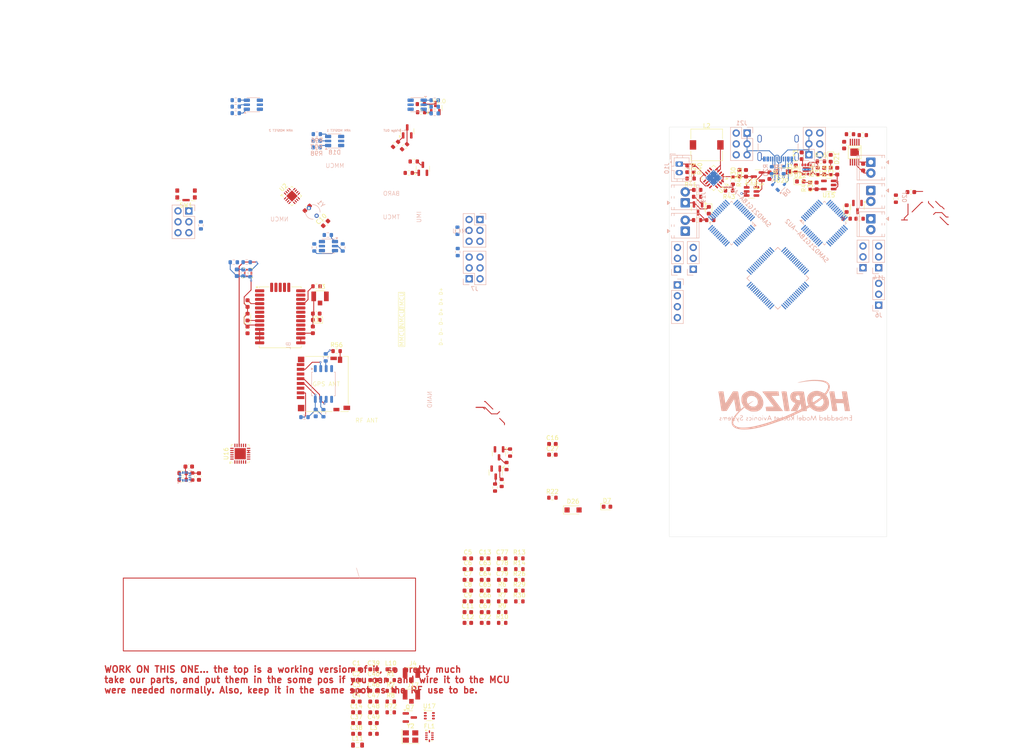
<source format=kicad_pcb>
(kicad_pcb (version 20241229) (generator "pcbnew") (generator_version "9.0")
  (layers (0 "F.Cu" signal) (4 "In1.Cu" signal) (6 "In2.Cu" signal) (2 "B.Cu" signal) (13 "F.Paste" user) (15 "B.Paste" user) (5 "F.SilkS" user "F.Silkscreen") (7 "B.SilkS" user "B.Silkscreen") (1 "F.Mask" user) (3 "B.Mask" user) (25 "Edge.Cuts" user))
  (net 0 "")
  (net 1 "Net-(1x3servo1-Pin_2)")
  (net 2 "GND")
  (net 3 "+3.3V")
  (net 4 "SERVO5")
  (net 5 "+5V")
  (net 6 "Net-(U1-XTAL32)")
  (net 7 "Net-(U1-EXTAL32)")
  (net 8 "Net-(J9-Pin_2)")
  (net 9 "mosfet1_signalfire")
  (net 10 "Net-(IC1-OUT2)")
  (net 11 "mosfet2_signalfire")
  (net 12 "Net-(IC1-OUT1)")
  (net 13 "Net-(U1-VOUT3V3)")
  (net 14 "Net-(D3-K)")
  (net 15 "Net-(D4-K)")
  (net 16 "BGM_RESET")
  (net 17 "Net-(J19-Pin_2)")
  (net 18 "SERVO3")
  (net 19 "Net-(J6-Pin_2)")
  (net 20 "SERVO4")
  (net 21 "SERVO2")
  (net 22 "Net-(J13-Pin_2)")
  (net 23 "Net-(J14-Pin_2)")
  (net 24 "SERVO1")
  (net 25 "RF_CS")
  (net 27 "BUZZER")
  (net 28 "nRESET DMCU-1")
  (net 29 "nRESET MMCU")
  (net 30 "nRESET DMCU-2")
  (net 31 "scl")
  (net 32 "sda")
  (net 33 "RS_GPS TMCU")
  (net 34 "D+ MMCU")
  (net 35 "D+ DMCU-1")
  (net 36 "D+ DMCU-2")
  (net 37 "D- MMCU")
  (net 38 "D- DMCU-1")
  (net 39 "D- DMCU-2")
  (net 40 "DIR1")
  (net 41 "PWM1")
  (net 42 "CS_IMU TMCU")
  (net 43 "INTERRUPT TMCU")
  (net 44 "CS_BARO TMCU")
  (net 45 "CS_SD MMCU")
  (net 46 "CS_NAND MMCU")
  (net 47 "RESETN TMCU")
  (net 48 "SPI_CLOCK TMCU")
  (net 49 "MISO TMCU")
  (net 50 "MOSI TMCU")
  (net 51 "mosfet1_signal")
  (net 52 "mosfet2_signal")
  (net 53 "mosfet3_signal")
  (net 54 "mosfet4_signal")
  (net 55 "mosfet5_signal")
  (net 56 "Net-(J15-Pin_2)")
  (net 57 "1B")
  (net 58 "1G")
  (net 59 "1R")
  (net 60 "2R")
  (net 61 "2G")
  (net 62 "2B")
  (net 63 "3R")
  (net 64 "3G")
  (net 65 "3B")
  (net 66 "I2C0_SCL")
  (net 67 "SWCLK DMCU-1")
  (net 68 "SWDIO DMCU-1")
  (net 69 "PTD4")
  (net 70 "I2C0_SDA")
  (net 71 "RX TMCU")
  (net 72 "PTA12")
  (net 73 "TX TMCU")
  (net 74 "SWDIO DMCU-2")
  (net 75 "SWCLK DMCU-2")
  (net 76 "NAND_MISO MMCU")
  (net 77 "NAND_MOSI MMCU")
  (net 78 "SPI0_SCK MMCU")
  (net 79 "SWCLK MMCU")
  (net 80 "SWDIO MMCU")
  (net 81 "CAM_RX")
  (net 82 "CAM_TX")
  (net 83 "BGM_INT")
  (net 84 "BGM_CS")
  (net 87 "Net-(U2-PTB2{slash}IRQ_7)")
  (net 96 "PTA3")
  (net 102 "Net-(D18-BA)")
  (net 106 "Net-(D18-RA)")
  (net 107 "Net-(D18-GA)")
  (net 110 "SCK TMCU")
  (net 111 "Net-(D3-A)")
  (net 112 "Net-(D4-A)")
  (net 113 "Net-(D15-RA)")
  (net 114 "Net-(D15-BA)")
  (net 115 "Net-(D15-GA)")
  (net 116 "Net-(D16-RA)")
  (net 117 "Net-(D16-GA)")
  (net 118 "Net-(D16-BA)")
  (net 119 "Net-(D17-BA)")
  (net 120 "Net-(D17-RA)")
  (net 121 "Net-(D17-GA)")
  (net 123 "SD_DETECT")
  (net 125 "Net-(Q1-D)")
  (net 126 "Net-(Q1-G)")
  (net 127 "Net-(Q3-D)")
  (net 128 "Net-(Q3-G)")
  (net 129 "Net-(Q4-D)")
  (net 130 "Net-(Q4-G)")
  (net 131 "Net-(Q5-G)")
  (net 132 "Net-(Q5-D)")
  (net 133 "Net-(Q6-D)")
  (net 134 "Net-(Q6-G)")
  (net 135 "Net-(Q8-G)")
  (net 136 "Net-(Q8-D)")
  (net 137 "Net-(Q9-G)")
  (net 138 "Net-(Q9-D)")
  (net 139 "Net-(U8-~{WP}{slash}IO_{2})")
  (net 140 "Net-(U8-~{HOLD}{slash}~{RESET}{slash}IO_{3})")
  (net 146 "SX_XTB")
  (net 147 "SX_XTA")
  (net 148 "Net-(U6-RF_OUT)")
  (net 149 "Net-(D2-A)")
  (net 150 "Net-(D1-K)")
  (net 153 "Net-(U6-~{RESET})")
  (net 154 "Net-(U5-INT_DRDY)")
  (net 165 "mosfet4_signalfire")
  (net 166 "PTA2")
  (net 174 "StatusLED_3")
  (net 175 "StatusLED_2")
  (net 176 "StatusLED_1")
  (net 177 "Earth")
  (net 178 "+3V3")
  (net 179 "Net-(U16-VREG)")
  (net 180 "SX_VR_PA")
  (net 181 "SX_RFO")
  (net 182 "SX_RFI_N")
  (net 183 "SX_RFI_P")
  (net 184 "Net-(U16-DCC_SW)")
  (net 185 "SX_DIO2")
  (net 186 "SX_NRST")
  (net 187 "SX_DIO1")
  (net 188 "SX_BUSY")
  (net 192 "Net-(SAMD21G18A-AU2-VDDCORE)")
  (net 193 "Net-(SAMD21G18A-AU1-VDDCORE)")
  (net 194 "Net-(SAMD21G18A-AU2-GNDANA)")
  (net 195 "Net-(SAMD21G18A-AU1-GNDANA)")
  (net 219 "Net-(U11-DECOUPLE)")
  (net 220 "Net-(J17-In)")
  (net 221 "Net-(D26-A)")
  (net 222 "POWAAAA")
  (net 223 "Net-(J10-Pin_1)")
  (net 224 "bat")
  (net 225 "Net-(U9-SS{slash}TR)")
  (net 226 "Net-(U15-EN)")
  (net 227 "Net-(U17-CTRL)")
  (net 228 "Net-(J4-In)")
  (net 229 "Net-(U17-RFIN)")
  (net 230 "Net-(D7-A)")
  (net 231 "D+")
  (net 232 "D-")
  (net 233 "Net-(D21-A)")
  (net 234 "Net-(D22-A)")
  (net 235 "Net-(FL1-SW_RFO)")
  (net 236 "Net-(FL1-SW_RFI)")
  (net 239 "Net-(J11-CC1)")
  (net 240 "Net-(J11-CC2)")
  (net 241 "Net-(L2-Pad2)")
  (net 242 "Net-(U11-ANT_OUT)")
  (net 243 "Net-(Q2-G)")
  (net 244 "Net-(Q7-D)")
  (net 245 "Net-(U14-LBI)")
  (net 246 "Net-(U14-FB)")
  (net 247 "Net-(U9-FB)")
  (net 253 "Net-(J16-Pin_1)")
  (net 254 "Net-(J20-Pin_1)")
  (footprint "Inductor_SMD:L_0603_1608Metric" (layer "F.Cu") (at 98.8025 164.6)
    (property "Reference" "L3")
    (property "Value" "3.9 nH")
  )
  (footprint "Capacitor_SMD:C_0603_1608Metric" (layer "F.Cu") (at 204.04 33.205 90)
    (property "Reference" "C34")
    (property "Value" "22uF")
  )
  (footprint "Inductor_SMD:L_7.3x7.3_H4.5" (layer "F.Cu") (at 176.6 27.07)
    (property "Reference" "L2")
    (property "Value" "SLF7055T-6R8N2R8-3PF")
  )
  (footprint "Resistor_SMD:R_0603_1608Metric" (layer "F.Cu") (at 132.8525 123.63)
    (property "Reference" "R13")
    (property "Value" "2.2k")
  )
  (footprint "Capacitor_SMD:C_0603_1608Metric" (layer "F.Cu") (at 208.7 27.115 90)
    (property "Reference" "C23" (hide yes))
    (property "Value" "100 nF")
  )
  (footprint "Resistor_SMD:R_0603_1608Metric" (layer "F.Cu") (at 90.173528 75.231471)
    (property "Reference" "R56")
    (property "Value" "10k")
  )
  (footprint "Resistor_SMD:R_0603_1608Metric" (layer "F.Cu") (at 177.41 44.63 180)
    (property "Reference" "R58" (hide yes))
    (property "Value" "1k")
  )
  (footprint "Package_TO_SOT_SMD:SOT-23" (layer "F.Cu") (at 127.33 103.5875 -90)
    (property "Reference" "Q5" (hide yes))
    (property "Value" "IRLML6402")
  )
  (footprint "Inductor_SMD:L_0805_2012Metric" (layer "F.Cu") (at 95.0625 167.23)
    (property "Reference" "L11")
    (property "Value" "15uH")
  )
  (footprint "Inductor_SMD:L_0603_1608Metric" (layer "F.Cu") (at 102.8125 149.54)
    (property "Reference" "L10")
    (property "Value" "47nH")
  )
  (footprint "Package_TO_SOT_SMD:SOT-23" (layer "F.Cu") (at 211.81 41.57 -90)
    (property "Reference" "Q9" (hide yes))
    (property "Value" "IRLML6402")
  )
  (footprint "U.FL-R-SMT_01_:HRS_U.FL-R-SMT_01_" (layer "F.Cu") (at 107.6425 150.41)
    (property "Reference" "J4")
    (property "Value" "H9161TR-ND")
  )
  (footprint "Package_DFN_QFN:QFN-16-1EP_3x3mm_P0.5mm_EP1.9x1.9mm" (layer "F.Cu") (at 79.739169 39.000171 45)
    (property "Reference" "U2")
    (property "Value" "MKL02Z32VFG4")
  )
  (footprint "Capacitor_SMD:C_0603_1608Metric" (layer "F.Cu") (at 84.62219 70.265 -90)
    (property "Reference" "C20" (hide yes))
    (property "Value" "100nF")
  )
  (footprint "LED_SMD:LED_0603_1608Metric" (layer "F.Cu") (at 198.4725 35.61)
    (property "Reference" "D22")
    (property "Value" "LED")
  )
  (footprint "Resistor_SMD:R_0603_1608Metric" (layer "F.Cu") (at 128.72 106.01 90)
    (property "Reference" "R66" (hide yes))
    (property "Value" "100")
  )
  (footprint "Capacitor_SMD:C_0603_1608Metric" (layer "F.Cu") (at 124.8325 123.63)
    (property "Reference" "C13")
    (property "Value" "100nF")
  )
  (footprint "Resistor_SMD:R_0603_1608Metric" (layer "F.Cu") (at 205.56 33.205 90)
    (property "Reference" "R46")
    (property "Value" "100")
  )
  (footprint "Package_TO_SOT_SMD:SOT-23" (layer "F.Cu") (at 174.575 41.9075 -90)
    (property "Reference" "Q8" (hide yes))
    (property "Value" "IRLML6402")
  )
  (footprint "Resistor_SMD:R_0603_1608Metric" (layer "F.Cu") (at 103.936637 26.943363 45)
    (property "Reference" "R64" (hide yes))
    (property "Value" "100")
  )
  (footprint "Resistor_SMD:R_0603_1608Metric" (layer "F.Cu") (at 172.845 34.92 180)
    (property "Reference" "R41")
    (property "Value" "100k")
  )
  (footprint "Capacitor_SMD:C_0603_1608Metric" (layer "F.Cu") (at 120.8225 138.69)
    (property "Reference" "C12")
    (property "Value" "1uF")
  )
  (footprint "Resistor_SMD:R_0603_1608Metric" (layer "F.Cu") (at 102.8125 159.58)
    (property "Reference" "R72")
    (property "Value" "2k2")
  )
  (footprint "Package_TO_SOT_SMD:SOT-23" (layer "F.Cu") (at 188.5325 34.46 180)
    (property "Reference" "Q2")
    (property "Value" "DMG2301L")
  )
  (footprint "Capacitor_SMD:C_0603_1608Metric" (layer "F.Cu") (at 87.6 45.4 45)
    (property "Reference" "C10")
    (property "Value" "12pF")
  )
  (footprint "LED_SMD:LED_0603_1608Metric" (layer "F.Cu") (at 177.095 42.33 -90)
    (property "Reference" "D3" (hide yes))
    (property "Value" "LED")
  )
  (footprint "Capacitor_SMD:C_0603_1608Metric" (layer "F.Cu") (at 98.8025 157.07)
    (property "Reference" "C47")
    (property "Value" "47nF")
  )
  (footprint "Resistor_SMD:R_0603_1608Metric" (layer "F.Cu") (at 213.05 24.78 180)
    (property "Reference" "R25" (hide yes))
    (property "Value" "10k")
  )
  (footprint "Resistor_SMD:R_0603_1608Metric" (layer "F.Cu") (at 203.275 30.92)
    (property "Reference" "R45")
    (property "Value" "100k")
  )
  (footprint "Button_Switch_SMD:SW_SPST_CK_KMS2xxGP" (layer "F.Cu") (at 55.01 38.535 180)
    (property "Reference" "SW1")
    (property "Value" "CK_KMS2xxG")
  )
  (footprint "Package_TO_SOT_SMD:SOT-23" (layer "F.Cu") (at 110.31 32.65 90)
    (property "Reference" "Q4" (hide yes))
    (property "Value" "IRLML6402")
  )
  (footprint "Resistor_SMD:R_0603_1608Metric" (layer "F.Cu") (at 85.474259 60.083 180)
    (property "Reference" "R11" (hide yes))
    (property "Value" "10kΩ")
  )
  (footprint "Resistor_SMD:R_0603_1608Metric" (layer "F.Cu") (at 140.5675 109.46)
    (property "Reference" "R22")
    (property "Value" "330")
  )
  (footprint "Resistor_SMD:R_0603_1608Metric" (layer "F.Cu") (at 209.285 44.3)
    (property "Reference" "R59" (hide yes))
    (property "Value" "1k")
  )
  (footprint "Resistor_SMD:R_0603_1608Metric" (layer "F.Cu") (at 128.8425 133.67)
    (property "Reference" "R7")
    (property "Value" "4.7k")
  )
  (footprint "Resistor_SMD:R_0603_1608Metric" (layer "F.Cu") (at 129.85 102.07 90)
    (property "Reference" "R62" (hide yes))
    (property "Value" "100k")
  )
  (footprint "Capacitor_SMD:C_0603_1608Metric" (layer "F.Cu") (at 120.8225 131.16)
    (property "Reference" "C8")
    (property "Value" "100nF")
  )
  (footprint "Package_TO_SOT_SMD:SOT-23-5" (layer "F.Cu") (at 205.11 36.43 180)
    (property "Reference" "U15")
    (property "Value" "AP2112K-3.3")
  )
  (footprint "Capacitor_SMD:C_0603_1608Metric" (layer "F.Cu") (at 94.7925 152.05)
    (property "Reference" "C2")
    (property "Value" "100 nF")
  )
  (footprint "Resistor_SMD:R_0603_1608Metric" (layer "F.Cu") (at 128.8425 131.16)
    (property "Reference" "R6")
    (property "Value" "4.7k")
  )
  (footprint "U.FL-R-SMT_01_:HRS_U.FL-R-SMT_01_" (layer "F.Cu") (at 86.3 62.44)
    (property "Reference" "J3")
    (property "Value" "H9161TR-ND")
  )
  (footprint "Resistor_SMD:R_0603_1608Metric" (layer "F.Cu") (at 182.72 35.44 -90)
    (property "Reference" "R42")
    (property "Value" "430k")
  )
  (footprint "Resistor_SMD:R_0603_1608Metric" (layer "F.Cu") (at 132.8525 128.65)
    (property "Reference" "R26")
    (property "Value" "2.2K")
  )
  (footprint "Resistor_SMD:R_0603_1608Metric" (layer "F.Cu") (at 132.8525 131.16)
    (property "Reference" "R29")
    (property "Value" "2.2K")
  )
  (footprint "Package_LGA:ST_HLGA-10_2x2mm_P0.5mm_LayoutBorder3x2y" (layer "F.Cu") (at 69.4775 56.980001 90)
    (property "Reference" "U5" (hide yes))
    (property "Value" "LPS22HB")
  )
  (footprint "Package_LGA:Texas_SIL0008D_MicroSiP-8-1EP_2.8x3mm_P0.65mm_EP1.1x1.9mm_ThermalVias" (layer "F.Cu") (at 199.965 32.8125 90)
    (property "Reference" "U9")
    (property "Value" "TPS82130")
  )
  (footprint "Capacitor_SMD:C_0603_1608Metric" (layer "F.Cu") (at 128.8425 128.65)
    (property "Reference" "C79")
    (property "Value" "100nF")
  )
  (footprint "RF_Converter:Balun_Johanson_0900FM15K0039" (layer "F.Cu") (at 111.8425 165.16)
    (property "Reference" "FL1")
    (property "Value" "0900FM15K0039")
  )
  (footprint "Resistor_SMD:R_0603_1608Metric" (layer "F.Cu") (at 102.8125 157.07)
    (property "Reference" "R8")
    (property "Value" "100")
  )
  (footprint "Capacitor_SMD:C_0603_1608Metric" (layer "F.Cu") (at 140.5675 96.91)
    (property "Reference" "C16")
    (property "Value" "4n7")
  )
  (footprint "Capacitor_SMD:C_0603_1608Metric" (layer "F.Cu") (at 69.37 64.1175 -90)
    (property "Reference" "C18" (hide yes))
    (property "Value" "4.7uF")
  )
  (footprint "Resistor_SMD:R_0603_1608Metric" (layer "F.Cu") (at 132.8525 133.67)
    (property "Reference" "R30")
    (property "Value" "2.2K")
  )
  (footprint "Capacitor_SMD:C_0603_1608Metric" (layer "F.Cu") (at 184.25 33.675 90)
    (property "Reference" "C30")
    (property "Value" "2u2")
  )
  (footprint "Resistor_SMD:R_0603_1608Metric" (layer "F.Cu") (at 128.8425 138.69)
    (property "Reference" "R10")
    (property "Value" "2.2k")
  )
  (footprint "Resistor_SMD:R_0603_1608Metric" (layer "F.Cu") (at 108.185 30.94)
    (property "Reference" "R70" (hide yes))
    (property "Value" "100k")
  )
  (footprint "Resistor_SMD:R_0603_1608Metric" (layer "F.Cu") (at 181.82 37.73 180)
    (property "Reference" "R43")
    (property "Value" "100k")
  )
  (footprint "Capacitor_SMD:C_0603_1608Metric" (layer "F.Cu") (at 197.41 32.615 90)
    (property "Reference" "C32")
    (property "Value" "10uF")
  )
  (footprint "Resistor_SMD:R_0603_1608Metric" (layer "F.Cu") (at 132.8525 126.14)
    (property "Reference" "R14")
    (property "Value" "1.5k")
  )
  (footprint "Resistor_SMD:R_0603_1608Metric" (layer "F.Cu") (at 130.68 98.92 90)
    (property "Reference" "R67" (hide yes))
    (property "Value" "100")
  )
  (footprint "Resistor_SMD:R_0603_1608Metric" (layer "F.Cu") (at 220.78 39.63 -90)
    (property "Reference" "R81" (hide yes))
    (property "Value" "100")
  )
  (footprint "Capacitor_SMD:C_0603_1608Metric" (layer "F.Cu") (at 120.8225 136.18)
    (property "Reference" "C11")
    (property "Value" "100nF")
  )
  (footprint "Capacitor_SMD:C_0603_1608Metric" (layer "F.Cu") (at 94.7925 154.56)
    (property "Reference" "C3")
    (property "Value" "100 nF")
  )
  (footprint "Resistor_SMD:R_0603_1608Metric" (layer "F.Cu") (at 174.375 39.18 180)
    (property "Reference" "R79" (hide yes))
    (property "Value" "100")
  )
  (footprint "Capacitor_SMD:C_0603_1608Metric" (layer "F.Cu") (at 198.79 29.605 90)
    (property "Reference" "C33")
    (property "Value" "3.3 nF")
  )
  (footprint "Resistor_SMD:R_0603_1608Metric" (layer "F.Cu") (at 109.91 19.45)
    (property "Reference" "R63" (hide yes))
    (property "Value" "100")
  )
  (footprint "Capacitor_SMD:C_0603_1608Metric" (layer "F.Cu") (at 98.8025 152.05)
    (property "Reference" "C40")
    (property "Value" "470nF")
  )
  (footprint "Capacitor_SMD:C_0603_1608Metric" (layer "F.Cu") (at 120.8225 133.67)
    (property "Reference" "C9")
    (property "Value" "100nF")
  )
  (footprint "Capacitor_SMD:C_0603_1608Metric" (layer "F.Cu") (at 124.8325 138.69)
    (property "Reference" "C72")
    (property "Value" "1uF")
  )
  (footprint "Capacitor_SMD:C_0603_1608Metric" (layer "F.Cu") (at 185.77 33.7 90)
    (property "Reference" "C31")
    (property "Value" "100u")
  )
  (footprint "Capacitor_SMD:C_0603_1608Metric" (layer "F.Cu") (at 94.7925 162.09)
    (property "Reference" "C37")
    (property "Value" "100nF")
  )
  (footprint "Resistor_SMD:R_0603_1608Metric" (layer "F.Cu") (at 127.17 107.08 90)
    (property "Reference" "R71" (hide yes))
    (property "Value" "100k")
  )
  (footprint "Diode_SMD:Nexperia_CFP3_SOD-123W" (layer "F.Cu") (at 145.3925 112.32)
    (property "Reference" "D26")
    (property "Value" "PMEG6020ER")
  )
  (footprint "Fuse:Fuse_0603_1608Metric" (layer "F.Cu") (at 174.3775 37.58)
    (property "Reference" "F1" (hide yes))
    (property "Value" "Polyfuse")
  )
  (footprint "LED_SMD:LED_0603_1608Metric" (layer "F.Cu") (at 205.56 30.1875 -90)
    (property "Reference" "D21")
    (property "Value" "LED")
  )
  (footprint "Inductor_SMD:L_0603_1608Metric" (layer "F.Cu") (at 85.420365 66.463672 180)
    (property "Reference" "L1")
    (property "Value" "47 nH")
  )
  (footprint "Capacitor_SMD:C_0603_1608Metric" (layer "F.Cu") (at 124.8325 126.14)
    (property "Reference" "C63")
    (property "Value" "1uF")
  )
  (footprint "Capacitor_SMD:C_0603_1608Metric" (layer "F.Cu") (at 213.14 32.265 -90)
    (property "Reference" "C58" (hide yes))
    (property "Value" "100nF")
  )
  (footprint "Package_TO_SOT_SMD:SOT-363_SC-70-6" (layer "F.Cu") (at 111.8325 160.385)
    (property "Reference" "U17")
    (property "Value" "PE4259")
  )
  (footprint "Capacitor_SMD:C_0603_1608Metric" (layer "F.Cu") (at 69.367833 70.287611 90)
    (property "Reference" "C19" (hide yes))
    (property "Value" "100nF")
  )
  (footprint "Diode_SMD:D_0603_1608Metric" (layer "F.Cu") (at 69.37 67.2775 90)
    (property "Reference" "D1" (hide yes))
    (property "Value" "D_Schottky")
  )
  (footprint "Resistor_SMD:R_0603_1608Metric" (layer "F.Cu") (at 202.52 33.195 90)
    (property "Reference" "R44")
    (property "Value" "350k")
  )
  (footprint "Diode_SMD:Nexperia_CFP3_SOD-123W" (layer "F.Cu") (at 194.3 33.36 180)
    (property "Reference" "D20")
    (property "Value" "PMEG6020ER")
  )
  (footprint "Capacitor_SMD:C_0603_1608Metric" (layer "F.Cu") (at 124.8325 128.65)
    (property "Reference" "C64")
    (property "Value" "0.1uF")
  )
  (footprint "Capacitor_SMD:C_0603_1608Metric" (layer "F.Cu") (at 124.8325 133.67)
    (property "Reference" "C66")
    (property "Value" "0.1uF")
  )
  (footprint "Capacitor_SMD:C_0603_1608Metric" (layer "F.Cu") (at 98.8025 162.09)
    (property "Reference" "C49")
    (property "Value" "100pF")
  )
  (footprint "Capacitor_SMD:C_0603_1608Metric" (layer "F.Cu") (at 120.8225 123.63)
    (property "Reference" "C5")
    (property "Value" "100nF")
  )
  (footprint "Resistor_SMD:R_0603_1608Metric" (layer "F.Cu") (at 107.02 33.61)
    (property "Reference" "R65" (hide yes))
    (property "Value" "100")
  )
  (footprint "Capacitor_SMD:C_0603_1608Metric" (layer "F.Cu") (at 94.7925 149.54)
    (property "Reference" "C1")
    (property "Value" "100 nF")
  )
  (footprint "Package_TO_SOT_SMD:SOT-23" (layer "F.Cu") (at 128.1025 99.1 -90)
    (property "Reference" "Q6" (hide yes))
    (property "Value" "IRLML6402")
  )
  (footprint "Capacitor_SMD:C_0603_1608Metric" (layer "F.Cu") (at 98.8025 149.54)
    (property "Reference" "C39")
    (property "Value" "8pF")
  )
  (footprint "Resistor_SMD:R_0603_1608Metric" (layer "F.Cu") (at 173.59 32.655 -90)
    (property "Reference" "R40")
    (property "Value" "100k")
  )
  (footprint "Capacitor_SMD:C_0603_1608Metric" (layer "F.Cu") (at 172.07 32.655 -90)
    (property "Reference" "C29")
    (property "Value" "10u")
  )
  (footprint "LED_SMD:LED_0603_1608Metric" (layer "F.Cu") (at 153.3175 111.56)
    (property "Reference" "D7")
    (property "Value" "LED")
  )
  (footprint "Package_TO_SOT_SMD:SOT-23" (layer "F.Cu") (at 106.66 23.9125 90)
    (property "Reference" "Q3" (hide yes))
    (property "Value" "IRLML6402")
  )
  (footprint "Resistor_SMD:R_0603_1608Metric" (layer "F.Cu") (at 210.065 24.57)
    (property "Reference" "R24" (hide yes))
    (property "Value" "10k")
  )
  (footprint "Capacitor_SMD:C_0603_1608Metric" (layer "F.Cu") (at 94.7925 157.07)
    (property "Reference" "C4")
    (property "Value" "1.2 pF")
  )
  (footprint "Capacitor_SMD:C_0603_1608Metric" (layer "F.Cu") (at 98.8025 159.58)
    (property "Reference" "C48")
    (property "Value" "47pF")
  )
  (footprint "Package_DFN_QFN:QFN-24-1EP_4x4mm_P0.5mm_EP2.6x2.6mm" (layer "F.Cu") (at 67.67 99.1875 90)
    (property "Reference" "U16")
    (property "Value" "SX1262IMLTRT")
  )
  (footprint "Capacitor_SMD:C_0603_1608Metric" (layer "F.Cu") (at 140.5675 99.42)
    (property "Reference" "C27")
    (property "Value" "100n")
  )
  (footprint "Package_TO_SOT_SMD:SOT-23" (layer "F.Cu") (at 113.22 18.4625 90)
    (property "Reference" "Q1" (hide yes))
    (property "Value" "IRLML6402")
  )
  (footprint "Resistor_SMD:R_0603_1608Metric" (layer "F.Cu") (at 102.8125 152.05)
    (property "Reference" "R1")
    (property "Value" "10 kΩ")
  )
  (footprint "Diode_SMD:D_0603_1608Metric" (layer "F.Cu") (at 85.403319 67.965638 180)
    (property "Reference" "D2" (hide yes))
    (property "Value" "PESD5V‑S5ULC")
  )
  (footprint "A3909:MSOP10-PAD" (layer "F.Cu") (at 211.15 28.77 -90)
    (property "Reference" "IC1" (hide yes))
    (property "Value" "A3909")
  )
  (footprint "Package_TO_SOT_SMD:SOT-23" (layer "F.Cu") (at 107.2625 160.785)
    (property "Reference" "Q7")
    (property "Value" "BSS138")
  )
  (footprint "Resistor_SMD:R_0603_1608Metric" (layer "F.Cu") (at 212.31 44.31 180)
    (property "Reference" "R80" (hide yes))
    (property "Value" "10k")
  )
  (footprint "Capacitor_SMD:C_0603_1608Metric" (layer "F.Cu") (at 124.8325 136.18)
    (property "Reference" "C67")
    (property "Value" "4.7uF")
  )
  (footprint "Capacitor_SMD:C_0603_1608Metric" (layer "F.Cu") (at 98.8025 154.56)
    (property "Reference" "C46")
    (property "Value" "1nF")
  )
  (footprint "RF_GPS:Quectel_L96" (layer "F.Cu") (at 77 67.34)
    (property "Reference" "U6" (hide yes))
    (property "Value" "GPS")
  )
  (footprint "Capacitor_SMD:C_0603_1608Metric" (layer "F.Cu") (at 207.08 33.205 90)
    (property "Reference" "C35")
    (property "Value" "1uF")
  )
  (footprint "LED_SMD:LED_0603_1608Metric" (layer "F.Cu") (at 209.28 41.95 90)
    (property "Reference" "D4" (hide yes))
    (property "Value" "LED")
  )
  (footprint "Capacitor_SMD:C_0603_1608Metric" (layer "F.Cu") (at 58.025 104.5125 90)
    (property "Reference" "C44" (hide yes))
    (property "Value" "100nF")
  )
  (footprint "Capacitor_SMD:C_0603_1608Metric" (layer "F.Cu") (at 202.26 36.64 90)
    (property "Reference" "C36")
    (property "Value" "1u")
  )
  (footprint "Capacitor_SMD:C_0603_1608Metric" (layer "F.Cu") (at 191.26 34.255 -90)
    (property "Reference" "C28")
    (property "Value" "10uF")
  )
  (footprint "Capacitor_SMD:C_0603_1608Metric" (layer "F.Cu") (at 55.64 102.1875 180)
    (property "Reference" "C45" (hide yes))
    (property "Value" "100nF")
  )
  (footprint "Fuse:Fuse_0603_1608Metric" (layer "F.Cu") (at 224.2875 38.08 180)
    (property "Reference" "F2" (hide yes))
    (property "Value" "Polyfuse")
  )
  (footprint "U.FL-R-SMT_01_:HRS_U.FL-R-SMT_01_" (layer "F.Cu") (at 107.6425 155.46)
    (property "Reference" "J17")
    (property "Value" "H9161TR-ND")
  )
  (footprint "Resistor_SMD:R_0603_1608Metric" (layer "F.Cu") (at 200.74 36.645 90)
    (property "Reference" "R47")
    (property "Value" "330")
  )
  (footprint "Capacitor_SMD:C_0603_1608Metric" (layer "F.Cu") (at 94.7925 159.58)
    (property "Reference" "C14")
    (property "Value" "8pF")
  )
  (footprint "Package_TO_SOT_SMD:TSOT-23-6" (layer "F.Cu") (at 187.0725 37.94)
    (property "Reference" "U13")
    (property "Value" "LTC4412xS6")
  )
  (footprint "Capacitor_SMD:C_0603_1608Metric" (layer "F.Cu") (at 120.8225 128.65)
    (property "Reference" "C7")
    (property "Value" "100nF")
  )
  (footprint "Package_DFN_QFN:Texas_RSA_VQFN-16-1EP_4x4mm_P0.65mm_EP2.7x2.7mm_ThermalVias" (layer "F.Cu") (at 178.212113 34.787126 -135)
    (property "Reference" "U14")
    (property "Value" "TPS61092")
  )
  (footprint "Resistor_SMD:R_0603_1608Metric" (layer "F.Cu") (at 174.355 44.63)
    (property "Reference" "R78" (hide yes))
    (property "Value" "10k")
  )
  (footprint "Capacitor_SMD:C_0603_1608Metric" (layer "F.Cu") (at 120.8225 126.14)
    (property "Reference" "C6")
    (property "Value" "100nF")
  )
  (footprint "Resistor_SMD:R_0603_1608Metric" (layer "F.Cu") (at 56.49 104.5075 -90)
    (property "Reference" "R38" (hide yes))
    (property "Value" "10k")
  )
  (footprint "Resistor_SMD:R_0603_1608Metric" (layer "F.Cu") (at 128.8425 136.18)
    (property "Reference" "R9")
    (property "Value" "1.5k")
  )
  (footprint "Capacitor_SMD:C_0603_1608Metric" (layer "F.Cu") (at 128.8425 126.14)
    (property "Reference" "C78")
    (property "Value" "100nF")
  )
  (footprint "Resistor_SMD:R_0603_1608Metric" (layer "F.Cu") (at 106.04 27.49 45)
    (property "Reference" "R69" (hide yes))
    (property "Value" "100k")
  )
  (footprint "Resistor_SMD:R_0603_1608Metric" (layer "F.Cu") (at 109.85 17.54)
    (property "Reference" "R68" (hide yes))
    (property "Value" "100k")
  )
  (footprint "Resistor_SMD:R_0603_1608Metric" (layer "F.Cu") (at 54.225 105.2675 180)
    (property "Reference" "R37" (hide yes))
    (property "Value" "10k")
  )
  (footprint "Resistor_SMD:R_0603_1608Metric" (layer "F.Cu") (at 54.22 103.7275 180)
    (property "Reference" "R27" (hide yes))
    (property "Value" "10k")
  )
  (footprint "Capacitor_SMD:C_0603_1608Metric" (layer "F.Cu") (at 94.7925 164.6)
    (property "Reference" "C38")
    (property "Value" "100nF")
  )
  (footprint "Capacitor_SMD:C_0603_1608Metric" (layer "F.Cu") (at 124.8325 131.16)
    (property "Reference" "C65")
    (property "Value" "0.1uF")
  )
  (footprint "Connector_Card:microSD_HC_Hirose_DM3D-SF" (layer "F.Cu") (at 87.1 82.9 -90)
    (property "Reference" "J1" (hide yes))
    (property "Value" "Micro_SD_Card_Det1")
  )
  (footprint "Crystal:Crystal_SMD_3225-4Pin_3.2x2.5mm" (layer "F.Cu") (at 107.4425 165.23)
    (property "Reference" "Y2")
    (property "Value" "32MHz")
  )
  (footprint "Resistor_SMD:R_0603_1608Metric" (layer "F.Cu") (at 102.8125 154.56)
    (property "Reference" "R2")
    (property "Value" "10 kΩ")
  )
  (footprint "Capacitor_SMD:C_0603_1608Metric" (layer "F.Cu") (at 83.320033 41.867027 45)
    (property "Reference" "C17" (hide yes))
    (property "Value" "12pF")
  )
  (footprint "Capacitor_SMD:C_0603_1608Metric" (layer "F.Cu") (at 128.8425 123.63)
    (property "Reference" "C77")
    (property "Value" "100nF")
  )
  (footprint "Connector_PinHeader_2.54mm:PinHeader_2x03_P2.54mm_Vertical" (layer "B.Cu") (at 186.03 24.3 180)
    (property "Reference" "J21")
    (property "Value" "Conn_02x03_Counter_Clockwise")
  )
  (footprint "Resistor_SMD:R_0603_1608Metric" (layer "B.Cu") (at 66.62 16.62)
    (property "Reference" "R93" (hide yes))
    (property "Value" "220")
  )
  (footprint "Resistor_SMD:R_0603_1608Metric" (layer "B.Cu") (at 118.455 52.09 -90)
    (property "Reference" "R3" (hide yes))
    (property "Value" "10k")
  )
  (footprint "MK20DX256VLH7:QFP50P1200X1200X160-64N" (layer "B.Cu") (at 193.21 58.21 -45)
    (property "Reference" "U1" (hide yes))
    (property "Value" "MMCU")
  )
  (footprint "Capacitor_SMD:C_0603_1608Metric" (layer "B.Cu") (at 66.86755 56.925001 -90)
    (property "Reference" "C51" (hide yes))
    (property "Value" "100nF")
  )
  (footprint "Resistor_SMD:R_0603_1608Metric" (layer "B.Cu") (at 87.625 76.694999 -90)
    (property "Reference" "R12" (hide yes))
    (property "Value" "10kΩ")
  )
  (footprint "LED_SMD:LED_ROHM_SMLVN6" (layer "B.Cu") (at 108.98 17.6875 180)
    (property "Reference" "D15" (hide yes))
    (property "Value" "SMLVN6RGB")
  )
  (footprint "Package_QFP:TQFP-48_7x7mm_P0.5mm" (layer "B.Cu") (at 182.399534 45.33 135)
    (property "Reference" "SAMD21G18A-AU1")
    (property "Value" "NMCU")
  )
  (footprint "Package_QFP:TQFP-48_7x7mm_P0.5mm" (layer "B.Cu") (at 204.1 45.33 -45)
    (property "Reference" "SAMD21G18A-AU2")
    (property "Value" "TMCU")
  )
  (footprint "Resistor_SMD:R_0603_1608Metric" (layer "B.Cu") (at 87.099999 89.724999 90)
    (property "Reference" "R54" (hide yes))
    (property "Value" "10kΩ")
  )
  (footprint "Resistor_SMD:R_0603_1608Metric" (layer "B.Cu") (at 113.08 16.64 180)
    (property "Reference" "R87" (hide yes))
    (property "Value" "220")
  )
  (footprint "Connector_PinHeader_2.54mm:PinHeader_2x03_P2.54mm_Vertical" (layer "B.Cu") (at 55.67 42.490001 180)
    (property "Reference" "J8" (hide yes))
    (property "Value" "Conn_02x03_Counter_Clockwise")
  )
  (footprint "LED_SMD:LED_ROHM_SMLVN6" (layer "B.Cu") (at 89.71 26.1525)
    (property "Reference" "D18")
    (property "Value" "SMLVN6RGB")
  )
  (footprint "Package_TO_SOT_SMD:SOT-143" (layer "B.Cu") (at 193.354645 36.338858 45)
    (property "Reference" "D8")
    (property "Value" "PRTR5V0U2X")
  )
  (footprint "Resistor_SMD:R_0603_1608Metric" (layer "B.Cu") (at 85.555 24.55)
    (property "Reference" "R96")
    (property "Value" "220")
  )
  (footprint "Resistor_SMD:R_0603_1608Metric" (layer "B.Cu") (at 84.954456 51.025 -90)
    (property "Reference" "R90" (hide yes))
    (property "Value" "220")
  )
  (footprint "LOGO" (layer "B.Cu") (at 194.97 88.07 180)
    (property "Reference" "G***" (hide yes))
    (property "Value" "LOGO" (hide yes))
  )
  (footprint "Resistor_SMD:R_0603_1608Metric" (layer "B.Cu") (at 113.08 19.7 180)
    (property "Reference" "R89" (hide yes))
    (property "Value" "220")
  )
  (footprint "Resistor_SMD:R_0603_1608Metric" (layer "B.Cu") (at 66.62 18.13)
    (property "Reference" "R94" (hide yes))
    (property "Value" "220")
  )
  (footprint "Connector_PinHeader_2.54mm:PinHeader_1x03_P2.54mm_Vertical" (layer "B.Cu") (at 173.465 56.095)
    (property "Reference" "J9" (hide yes))
    (property "Value" "1x3 servo")
  )
  (footprint "TerminalBlock_Phoenix:TerminalBlock_Phoenix_MPT-0,5-2-2.54_1x02_P2.54mm_Horizontal" (layer "B.Cu") (at 214.9325 44.32 -90)
    (property "Reference" "J16" (hide yes))
    (property "Value" "arming terminal")
  )
  (footprint "TerminalBlock_Phoenix:TerminalBlock_Phoenix_MPT-0,5-2-2.54_1x02_P2.54mm_Horizontal" (layer "B.Cu") (at 171.59 40.59 90)
    (property "Reference" "J19")
    (property "Value" "Screw_Terminal_01x02")
  )
  (footprint "Connector_PinHeader_2.54mm:PinHeader_1x04_P2.54mm_Vertical" (layer "B.Cu") (at 169.755 59.775 180)
    (property "Reference" "J12" (hide yes))
    (property "Value" "Conn_01x04")
  )
  (footprint "Resistor_SMD:R_0603_1608Metric" (layer "B.Cu") (at 85.49 26.12)
    (property "Reference" "R97")
    (property "Value" "220")
  )
  (footprint "Resistor_SMD:R_0603_1608Metric" (layer "B.Cu") (at 194.58 32.985 -90)
    (property "Reference" "R21")
    (property "Value" "5k1")
  )
  (footprint "Resistor_SMD:R_0603_1608Metric" (layer "B.Cu") (at 58.48 45.855 90)
    (property "Reference" "R5" (hide yes))
    (property "Value" "10k")
  )
  (footprint "Resistor_SMD:R_0603_1608Metric" (layer "B.Cu") (at 91.6 51.025 -90)
    (property "Reference" "R91" (hide yes))
    (property "Value" "220")
  )
  (footprint "Resistor_SMD:R_0603_1608Metric" (layer "B.Cu") (at 88.119763 48.10823)
    (property "Reference" "R92" (hide yes))
    (property "Value" "220")
  )
  (footprint "LED_SMD:LED_ROHM_SMLVN6" (layer "B.Cu") (at 88.265763 50.69823 180)
    (property "Reference" "D16" (hide yes))
    (property "Value" "SMLVN6RGB")
  )
  (footprint "Resistor_SMD:R_0603_1608Metric" (layer "B.Cu") (at 118.39 47.12 90)
    (property "Reference" "R4" (hide yes))
    (property "Value" "10k")
  )
  (footprint "Capacitor_SMD:C_0603_1608Metric" (layer "B.Cu") (at 85.29 89.674999 -90)
    (property "Reference" "C15" (hide yes))
    (property "Value" "100nF")
  )
  (footprint "Connector_PinHeader_2.54mm:PinHeader_1x03_P2.54mm_Vertical" (layer "B.Cu") (at 169.775 56.105)
    (property "Reference" "1x3servo1" (hide yes))
    (property "Value" "Conn_01x03")
  )
  (footprint "Resistor_SMD:R_0603_1608Metric" (layer "B.Cu") (at 85.505 27.64)
    (property "Reference" "R98")
    (property "Value" "220")
  )
  (footprint "Resistor_SMD:R_0603_1608Metric" (layer "B.Cu") (at 82.665 90.644999 180)
    (property "Reference" "R55" (hide yes))
    (property "Value" "10kΩ")
  )
  (footprint "Package_SO:SOIC-8_5.3x5.3mm_P1.27mm" (layer "B.Cu") (at 87.1 82.9 -90)
    (property "Reference" "U8" (hide yes))
    (property "Value" "NAND")
  )
  (footprint "TerminalBlock_Phoenix:TerminalBlock_Phoenix_MPT-0,5-2-2.54_1x02_P2.54mm_Horizontal" (layer "B.Cu") (at 171.59 47.2 90)
    (property "Reference" "J15" (hide yes))
    (property "Value" "arming terminal")
  )
  (footprint "TerminalBlock_Phoenix:TerminalBlock_Phoenix_MPT-0,5-2-2.54_1x02_P2.54mm_Horizontal" (layer "B.Cu") (at 214.93 31.11 -90)
    (property "Reference" "J5" (hide yes))
    (property "Value" "Screw_Term")
  )
  (footprint "Connector_JST:JST_PH_B2B-PH-K_1x02_P2.00mm_Vertical" (layer "B.Cu") (at 170.19 31.54 -90)
    (property "Reference" "J10")
    (property "Value" "Conn_01x02_Pin")
  )
  (footprint "LED_SMD:LED_ROHM_SMLVN6" (layer "B.Cu") (at 70.725 17.69)
    (property "Reference" "D17" (hide yes))
    (property "Value" "SMLVN6RGB")
  )
  (footprint "Connector_PinHeader_2.54mm:PinHeader_1x03_P2.54mm_Vertical" (layer "B.Cu") (at 216.76 64.49)
    (property "Reference" "J6")
    (property "Value" "1x3 servo")
  )
  (footprint "Package_LGA:LGA-14_3x2.5mm_P0.5mm_LayoutBorder3x4y" (layer "B.Cu") (at 54.76 104.5)
    (property "Reference" "U10" (hide yes))
    (property "Value" "LSM6DS3")
  )
  (footprint "Connector_PinHeader_2.54mm:PinHeader_1x03_P2.54mm_Vertical" (layer "B.Cu") (at 213.1 55.76)
    (property "Reference" "J13" (hide yes))
    (property "Value" "1x3 servo")
  )
  (footprint "Resistor_SMD:R_0603_1608Metric" (layer "B.Cu") (at 113.08 18.16 180)
    (property "Reference" "R88" (hide yes))
    (property "Value" "220")
  )
  (footprint "Connector_PinHeader_2.54mm:PinHeader_2x03_P2.54mm_Vertical" (layer "B.Cu") (at 200.47 29.36)
    (property "Reference" "J18")
    (property "Value" "Conn_02x03_Counter_Clockwise")
  )
  (footprint "TerminalBlock_Phoenix:TerminalBlock_Phoenix_MPT-0,5-2-2.54_1x02_P2.54mm_Horizontal" (layer "B.Cu") (at 214.93 37.72 -90)
    (property "Reference" "J20")
    (property "Value" "Screw_Terminal_01x02")
  )
  (footprint "Resistor_SMD:R_0603_1608Metric" (layer "B.Cu") (at 70.007551 57.025 90)
    (property "Reference" "R53" (hide yes))
    (property "Value" "10k")
  )
  (footprint "Connector_PinHeader_2.54mm:PinHeader_2x03_P2.54mm_Vertical" (layer "B.Cu") (at 123.645 44.49 180)
    (property "Reference" "J2" (hide yes))
    (property "Value" "Conn_02x03_Counter_Clockwise")
  )
  (footprint "Connector_USB:USB_C_Receptacle_GCT_USB4105-xx-A_16P_TopMnt_Horizontal" (layer "B.Cu") (at 193.269767 26.68)
    (property "Reference" "J11")
    (property "Value" "USB_C_Receptacle_USB2.0_16P")
  )
  (footprint "Resistor_SMD:R_0603_1608Metric" (layer "B.Cu") (at 66.62 19.65)
    (property "Reference" "R95" (hide yes))
    (property "Value" "220")
  )
  (footprint "Resistor_SMD:R_0603_1608Metric" (layer "B.Cu") (at 191.81 32.98 -90)
    (property "Reference" "R20")
    (property "Value" "5k1")
  )
  (footprint "Crystal:Crystal_AT310_D3.0mm_L10.0mm_Vertical" (layer "B.Cu") (at 85.5 43.616117 135)
    (property "Reference" "Y1")
    (property "Value" "Crystal")
  )
  (footprint "Connector_PinHeader_2.54mm:PinHeader_1x03_P2.54mm_Vertical" (layer "B.Cu") (at 216.76 55.77)
    (property "Reference" "J14")
    (property "Value" "1x3 servo")
  )
  (footprint "Resistor_SMD:R_0603_1608Metric" (layer "B.Cu") (at 69.170051 54.457501 180)
    (property "Reference" "R39" (hide yes))
    (property "Value" "10k")
  )
  (footprint "Capacitor_SMD:C_0603_1608Metric" (layer "B.Cu") (at 68.387551 56.95 -90)
    (property "Reference" "C50" (hide yes))
    (property "Value" "100nF")
  )
  (footprint "Resistor_SMD:R_0603_1608Metric" (layer "B.Cu") (at 66.155051 54.467501)
    (property "Reference" "R52" (hide yes))
    (property "Value" "10k")
  )
  (footprint "Connector_PinHeader_2.54mm:PinHeader_2x03_P2.54mm_Vertical" (layer "B.Cu") (at 121.125 58.34)
    (property "Reference" "J7")
    (property "Value" "Conn_02x03_Counter_Clockwise")
  )
  (gr_rect (start 40.36 128.2375) (end 108.61 145.2375) (stroke (width 0.2)) (fill no) (layer "F.Cu"))
  (gr_rect (start 104.60154 61.473106) (end 106.089133 65.432766) (stroke (width 0.1)) (fill no) (layer "F.SilkS"))
  (gr_rect (start 104.602611 69.81197) (end 106.117976 74.15693) (stroke (width 0.1)) (fill no) (layer "F.SilkS"))
  (gr_rect (start 104.60154 65.643484) (end 106.094127 69.670376) (stroke (width 0.1)) (fill no) (layer "F.SilkS"))
  (gr_line (start 95.55 128.3625) (end 94.8 125.8625) (stroke (width 0.1)) (layer "B.SilkS"))
  (gr_rect (start 167.88087 22.89) (end 218.63087 118.575) (stroke (width 0.05)) (fill no) (layer "Edge.Cuts"))
  (gr_text "WORK ON THIS ONE... the top is a working version of it, so pretty much\ntake our parts, and put them in the some pos if you can, and wire it to the MCU\nwere needed normally. Also, keep it in the same spot as the RF use to be." (at 35.75 155.25 0) (layer "F.Cu") (effects (font (size 1.5 1.5) (thickness 0.3) (bold yes)) (justify left bottom)))
  (gr_text "D- D- D-" (at 115 74 90) (layer "F.SilkS") (effects (font (size 0.8 0.8) (thickness 0.1)) (justify left bottom)))
  (gr_text "GPS ANT" (at 84.5 83.5 -0) (layer "F.SilkS") (effects (font (size 1 1) (thickness 0.1)) (justify left bottom)))
  (gr_text "NMCU" (at 105.973107 69.731289 90) (layer "F.SilkS") (effects (font (size 1 1) (thickness 0.1)) (justify left bottom)))
  (gr_text "TMCU" (at 106 65.5 90) (layer "F.SilkS") (effects (font (size 1 1) (thickness 0.1)) (justify left bottom)))
  (gr_text "V1.0" (at 112.5 17.509539 -0) (layer "F.SilkS") (effects (font (size 1 1) (thickness 0.1)) (justify left bottom)))
  (gr_text "MMCU" (at 105.969762 74.15693 90) (layer "F.SilkS") (effects (font (size 1 1) (thickness 0.1)) (justify left bottom)))
  (gr_text "D+ D+ D+" (at 115 67 -270) (layer "F.SilkS") (effects (font (size 0.8 0.8) (thickness 0.1)) (justify left bottom)))
  (gr_text "RF ANT" (at 94.5 92 -0) (layer "F.SilkS") (effects (font (size 1 1) (thickness 0.1)) (justify left bottom)))
  (gr_text "BARO" (at 105 39 0) (layer "B.SilkS") (effects (font (size 1 1) (thickness 0.1)) (justify left bottom mirror)))
  (gr_text "NAND" (at 112.5 84.5 90) (layer "B.SilkS") (effects (font (size 1 1) (thickness 0.1)) (justify left bottom mirror)))
  (gr_text "NMCU" (at 79 45 0) (layer "B.SilkS") (effects (font (size 1 1) (thickness 0.1)) (justify left bottom mirror)))
  (gr_text "ARM MOSFET 1" (at 93.5 24 0) (layer "B.SilkS") (effects (font (size 0.5 0.5) (thickness 0.1)) (justify left bottom mirror)))
  (gr_text "MMCU" (at 92 32.5 0) (layer "B.SilkS") (effects (font (size 1 1) (thickness 0.1)) (justify left bottom mirror)))
  (gr_text "NMCU" (at 121.518963 47.787985 0) (layer "B.SilkS") (effects (font (size 1 1) (thickness 0.1)) (justify left bottom mirror)))
  (gr_text "TMCU" (at 105 44.5 0) (layer "B.SilkS") (effects (font (size 1 1) (thickness 0.1)) (justify left bottom mirror)))
  (gr_text "BL" (at 79.5 73 90) (layer "B.SilkS") (effects (font (size 1 1) (thickness 0.1)) (justify left bottom mirror)))
  (gr_text "IMU" (at 110 42.5 90) (layer "B.SilkS") (effects (font (size 1 1) (thickness 0.1)) (justify left bottom mirror)))
  (gr_text "H-Bridge OUT" (at 106.5 24 0) (layer "B.SilkS") (effects (font (size 0.5 0.5) (thickness 0.1)) (justify left bottom mirror)))
  (gr_text "ARM MOSFET 2" (at 80 24 0) (layer "B.SilkS") (effects (font (size 0.5 0.5) (thickness 0.1)) (justify left bottom mirror)))
  (segment (start 230.011 42.8765) (end 231.507032 42.8765) (width 0.2) (layer "F.Cu") (net 0))
  (segment (start 231.507032 42.8765) (end 232.545532 43.915) (width 0.2) (layer "F.Cu") (net 0))
  (segment (start 232.545532 43.915) (end 233 43.915) (width 0.2) (layer "F.Cu") (net 0))
  (segment (start 229.56 43.3275) (end 230.011 42.8765) (width 0.2) (layer "F.Cu") (net 0))
  (segment (start 81.8 72.14) (end 81.8 73.29) (width 0.2) (layer "F.Cu") (net 2))
  (segment (start 78.492893 39.892893) (end 79.385615 39.000171) (width 0.2) (layer "F.Cu") (net 2))
  (segment (start 185.935 38.43) (end 185.935 38.89) (width 0.2) (layer "F.Cu") (net 2))
  (segment (start 72.2 70.14) (end 72.2 71.14) (width 0.2) (layer "F.Cu") (net 2))
  (segment (start 72.2 72.14) (end 72.2 73.29) (width 0.2) (layer "F.Cu") (net 2))
  (segment (start 70.1675 64.14) (end 72.2 64.14) (width 0.2) (layer "F.Cu") (net 2))
  (segment (start 184.78 38.43) (end 184.76 38.41) (width 0.2) (layer "F.Cu") (net 2))
  (segment (start 69.37 63.3425) (end 70.1675 64.14) (width 0.2) (layer "F.Cu") (net 2))
  (segment (start 79.385615 39.000171) (end 79.739169 39.000171) (width 0.2) (layer "F.Cu") (net 2))
  (segment (start 72.2 71.14) (end 72.2 72.14) (width 0.2) (layer "F.Cu") (net 2))
  (segment (start 185.935 37.94) (end 185.935 38.43) (width 0.2) (layer "F.Cu") (net 2))
  (segment (start 185.935 38.43) (end 184.78 38.43) (width 0.2) (layer "F.Cu") (net 2))
  (segment (start 176.974676 35.564943) (end 177.434296 35.564943) (width 0.2) (layer "F.Cu") (net 2))
  (segment (start 176.594606 35.945013) (end 176.974676 35.564943) (width 0.2) (layer "F.Cu") (net 2))
  (via (at 196.45 31.35) (size 0.55) (drill 0.3) (layers "F.Cu" "B.Cu") (net 2))
  (via (at 184.76 38.41) (size 0.55) (drill 0.3) (layers "F.Cu" "B.Cu") (net 2))
  (via (at 191.81 34.61) (size 0.55) (drill 0.3) (layers "F.Cu" "B.Cu") (net 2))
  (via (at 194.58 34.57) (size 0.55) (drill 0.3) (layers "F.Cu" "B.Cu") (net 2))
  (segment (start 66.86755 56.150001) (end 68.362552 56.150001) (width 0.2) (layer "B.Cu") (net 2))
  (segment (start 196.469767 31.330233) (end 196.45 31.35) (width 0.2) (layer "B.Cu") (net 2))
  (segment (start 191.81 34.61) (end 191.81 33.805) (width 0.2) (layer "B.Cu") (net 2))
  (segment (start 68.362552 56.150001) (end 68.387551 56.175) (width 0.2) (layer "B.Cu") (net 2))
  (segment (start 189.524767 30.36) (end 188.949767 29.785) (width 0.2) (layer "B.Cu") (net 2))
  (segment (start 194.58 34.57) (end 194.58 33.81) (width 0.2) (layer "B.Cu") (net 2))
  (segment (start 196.469767 30.36) (end 196.469767 31.330233) (width 0.2) (layer "B.Cu") (net 2))
  (segment (start 190.069767 30.36) (end 189.524767 30.36) (width 0.2) (layer "B.Cu") (net 2))
  (segment (start 68.594 67.266) (end 68.594 68.738778) (width 0.2) (layer "F.Cu") (net 3))
  (segment (start 81.75 82.775) (end 82.542057 82.775) (width 0.2) (layer "F.Cu") (net 3))
  (segment (start 55.09 103.6825) (end 55.045 103.7275) (width 0.2) (layer "F.Cu") (net 3))
  (segment (start 69.37 66.49) (end 68.594 67.266) (width 0.2) (layer "F.Cu") (net 3))
  (segment (start 56.49 103.6825) (end 55.09 103.6825) (width 0.2) (layer "F.Cu") (net 3))
  (segment (start 68.594 64.1165) (end 68.594 62.556948) (width 0.2) (layer "F.Cu") (net 3))
  (segment (start 58.025 103.7375) (end 56.545 103.7375) (width 0.2) (layer "F.Cu") (net 3))
  (segment (start 89.148528 75.031471) (end 89.348528 75.231471) (width 0.2) (layer "F.Cu") (net 3))
  (segment (start 203.9725 37.38) (end 200.83 37.38) (width 0.2) (layer "F.Cu") (net 3))
  (segment (start 69.367833 69.512611) (end 69.740444 69.14) (width 0.2) (layer "F.Cu") (net 3))
  (segment (start 68.594 62.556948) (end 70.2 60.950948) (width 0.2) (layer "F.Cu") (net 3))
  (segment (start 88.598528 75.031471) (end 89.148528 75.031471) (width 0.2) (layer "F.Cu") (net 3))
  (segment (start 54.865 102.1875) (end 54.865 103.5475) (width 0.2) (layer "F.Cu") (net 3))
  (segment (start 54.865 103.5475) (end 55.045 103.7275) (width 0.2) (layer "F.Cu") (net 3))
  (segment (start 70.2 60.950948) (end 70.2 58.8) (width 0.2) (layer "F.Cu") (net 3))
  (segment (start 68.594 68.738778) (end 69.367833 69.512611) (width 0.2) (layer "F.Cu") (net 3))
  (segment (start 82.542057 82.775) (end 85.198528 85.431471) (width 0.2) (layer "F.Cu") (net 3))
  (segment (start 55.05 105.2675) (end 55.05 103.7325) (width 0.2) (layer "F.Cu") (net 3))
  (segment (start 69.37 64.8925) (end 69.37 66.49) (width 0.2) (layer "F.Cu") (net 3))
  (segment (start 55.05 103.7325) (end 55.045 103.7275) (width 0.2) (layer "F.Cu") (net 3))
  (segment (start 56.545 103.7375) (end 56.49 103.6825) (width 0.2) (layer "F.Cu") (net 3))
  (segment (start 200.83 37.38) (end 200.74 37.47) (width 0.2) (layer "F.Cu") (net 3))
  (segment (start 69.37 64.8925) (end 68.594 64.1165) (width 0.2) (layer "F.Cu") (net 3))
  (segment (start 69.740444 69.14) (end 72.2 69.14) (width 0.2) (layer "F.Cu") (net 3))
  (via (at 70.2 58.8) (size 0.45) (drill 0.2) (layers "F.Cu" "B.Cu") (net 3))
  (via (at 85.198528 85.431471) (size 0.45) (drill 0.2) (layers "F.Cu" "B.Cu") (net 3))
  (via (at 88.598528 75.031471) (size 0.45) (drill 0.2) (layers "F.Cu" "B.Cu") (net 3))
  (segment (start 70.007551 57.85) (end 68.512551 57.85) (width 0.2) (layer "B.Cu") (net 3))
  (segment (start 66.86755 57.700001) (end 65.330051 56.162502) (width 0.2) (layer "B.Cu") (net 3))
  (segment (start 83.545 90.644999) (end 85.29 88.899999) (width 0.2) (layer "B.Cu") (net 3))
  (segment (start 87.76 75.869999) (end 88.598528 75.031471) (width 0.2) (layer "B.Cu") (net 3))
  (segment (start 70.2 58.8) (end 70.2 58.042449) (width 0.2) (layer "B.Cu") (net 3))
  (segment (start 85.29 88.899999) (end 85.449999 88.899999) (width 0.2) (layer "B.Cu") (net 3))
  (segment (start 70.2 58.042449) (end 70.007551 57.85) (width 0.2) (layer "B.Cu") (net 3))
  (segment (start 85.195 88.804999) (end 85.29 88.899999) (width 0.2) (layer "B.Cu") (net 3))
  (segment (start 87.625 75.869999) (end 87.76 75.869999) (width 0.2) (layer "B.Cu") (net 3))
  (segment (start 68.512551 57.85) (end 68.387551 57.725) (width 0.2) (layer "B.Cu") (net 3))
  (segment (start 85.195 86.4875) (end 85.195 88.804999) (width 0.2) (layer "B.Cu") (net 3))
  (segment (start 85.198528 86.483972) (end 85.195 86.4875) (width 0.2) (layer "B.Cu") (net 3))
  (segment (start 85.198528 85.431471) (end 85.198528 86.483972) (width 0.2) (layer "B.Cu") (net 3))
  (segment (start 68.387551 57.725) (end 66.892549 57.725) (width 0.2) (layer "B.Cu") (net 3))
  (segment (start 65.330051 56.162502) (end 65.330051 54.467501) (width 0.2) (layer "B.Cu") (net 3))
  (segment (start 83.49 90.644999) (end 83.545 90.644999) (width 0.2) (layer "B.Cu") (net 3))
  (segment (start 85.449999 88.899999) (end 87.099999 90.549999) (width 0.2) (layer "B.Cu") (net 3))
  (segment (start 195.7 33.36) (end 198.475 33.36) (width 0.2) (layer "F.Cu") (net 5))
  (segment (start 198.475 33.36) (end 198.99 33.875) (width 0.2) (layer "F.Cu") (net 5))
  (segment (start 199.64 33.875) (end 198.99 33.875) (width 0.2) (layer "F.Cu") (net 5))
  (segment (start 211.65 31.945054) (end 211.65 31.07) (width 0.2) (layer "F.Cu") (net 10))
  (segment (start 214.93 33.65) (end 213.354946 33.65) (width 0.2) (layer "F.Cu") (net 10))
  (segment (start 213.354946 33.65) (end 211.65 31.945054) (width 0.2) (layer "F.Cu") (net 10))
  (segment (start 212.15 31.07) (end 214.89 31.07) (width 0.2) (layer "F.Cu") (net 12))
  (segment (start 214.89 31.07) (end 214.93 31.11) (width 0.2) (layer "F.Cu") (net 12))
  (segment (start 124.797605 88.355) (end 122.735 88.355) (width 0.2) (layer "F.Cu") (net 14))
  (segment (start 176.629 42.0085) (end 175.117968 42.0085) (width 0.2) (layer "F.Cu") (net 14))
  (segment (start 124.343137 88.355) (end 122.735 88.355) (width 0.2) (layer "F.Cu") (net 14))
  (segment (start 177.095 41.5425) (end 176.629 42.0085) (width 0.2) (layer "F.Cu") (net 14))
  (segment (start 128.2325 89.346863) (end 127.708468 89.870895) (width 0.2) (layer "F.Cu") (net 14))
  (segment (start 175.117968 42.0085) (end 173.699468 40.59) (width 0.2) (layer "F.Cu") (net 14))
  (segment (start 126.3135 89.870895) (end 124.797605 88.355) (width 0.2) (layer "F.Cu") (net 14))
  (segment (start 127.708468 89.870895) (end 126.3135 89.870895) (width 0.2) (layer "F.Cu") (net 14))
  (segment (start 173.699468 40.59) (end 171.59 40.59) (width 0.2) (layer "F.Cu") (net 14))
  (segment (start 124.7625 88.774363) (end 124.343137 88.355) (width 0.2) (layer "F.Cu") (net 14))
  (segment (start 224.56 42.73) (end 226.82 40.47) (width 0.2) (layer "F.Cu") (net 15))
  (segment (start 226.82 40.47) (end 227.05 40.47) (width 0.2) (layer "F.Cu") (net 15))
  (segment (start 172.06 37.58) (end 173.59 37.58) (width 0.2) (layer "F.Cu") (net 17))
  (segment (start 171.59 38.05) (end 172.06 37.58) (width 0.2) (layer "F.Cu") (net 17))
  (segment (start 81.75 84.975) (end 82.825 84.975) (width 0.2) (layer "F.Cu") (net 45))
  (segment (start 82.825 84.975) (end 82.926 85.076) (width 0.2) (layer "F.Cu") (net 45))
  (segment (start 82.926 90.303999) (end 82.598528 90.631471) (width 0.2) (layer "F.Cu") (net 45))
  (segment (start 82.926 85.076) (end 82.926 90.303999) (width 0.2) (layer "F.Cu") (net 45))
  (via (at 82.598528 90.631471) (size 0.45) (drill 0.2) (layers "F.Cu" "B.Cu") (net 45))
  (segment (start 81.853528 90.631471) (end 81.84 90.644999) (width 0.2) (layer "B.Cu") (net 45))
  (segment (start 82.598528 90.631471) (end 81.853528 90.631471) (width 0.2) (layer "B.Cu") (net 45))
  (segment (start 68.444126 54.43) (end 67.42 55.454126) (width 0.22) (layer "F.Cu") (net 49))
  (segment (start 71.425 54.425) (end 71.42 54.43) (width 0.22) (layer "F.Cu") (net 49))
  (segment (start 67.42 55.454126) (end 67.42 97.25) (width 0.22) (layer "F.Cu") (net 49))
  (segment (start 71.42 54.43) (end 68.444126 54.43) (width 0.22) (layer "F.Cu") (net 49))
  (via (at 71.425 54.425) (size 0.45) (drill 0.2) (layers "F.Cu" "B.Cu") (net 49))
  (segment (start 71.8 54.8) (end 70.4 56.2) (width 0.22) (layer "B.Cu") (net 49))
  (segment (start 70.4 56.2) (end 70.007551 56.2) (width 0.22) (layer "B.Cu") (net 49))
  (segment (start 71.8 54.8) (end 71.425 54.425) (width 0.22) (layer "B.Cu") (net 49))
  (segment (start 173.5 44.66) (end 173.53 44.63) (width 0.2) (layer "F.Cu") (net 56))
  (segment (start 171.59 44.66) (end 173.5 44.66) (width 0.2) (layer "F.Cu") (net 56))
  (segment (start 86.370632 77.831471) (end 84.468529 77.831471) (width 0.2) (layer "F.Cu") (net 76))
  (segment (start 84.468529 77.831471) (end 82.825 79.475) (width 0.2) (layer "F.Cu") (net 76))
  (segment (start 82.825 79.475) (end 81.75 79.475) (width 0.2) (layer "F.Cu") (net 76))
  (segment (start 86.389754 77.812349) (end 86.370632 77.831471) (width 0.2) (layer "F.Cu") (net 76))
  (via (at 86.389754 77.812349) (size 0.45) (drill 0.2) (layers "F.Cu" "B.Cu") (net 76))
  (segment (start 86.389754 77.812349) (end 86.389754 79.237254) (width 0.2) (layer "B.Cu") (net 76))
  (segment (start 86.389754 79.237254) (end 86.465 79.3125) (width 0.2) (layer "B.Cu") (net 76))
  (segment (start 87.298528 87.531471) (end 86.198528 86.431471) (width 0.2) (layer "F.Cu") (net 78))
  (segment (start 86.198528 85.396527) (end 82.477 81.675) (width 0.2) (layer "F.Cu") (net 78))
  (segment (start 82.477 81.675) (end 81.75 81.675) (width 0.2) (layer "F.Cu") (net 78))
  (segment (start 86.198528 86.431471) (end 86.198528 85.396527) (width 0.2) (layer "F.Cu") (net 78))
  (via (at 87.298528 87.531471) (size 0.45) (drill 0.2) (layers "F.Cu" "B.Cu") (net 78))
  (segment (start 87.298528 86.923972) (end 87.735 86.4875) (width 0.2) (layer "B.Cu") (net 78))
  (segment (start 87.298528 87.531471) (end 87.298528 86.923972) (width 0.2) (layer "B.Cu") (net 78))
  (segment (start 86.7675 27.2025) (end 86.33 27.64) (width 0.22) (layer "B.Cu") (net 102))
  (segment (start 88.185 27.2025) (end 86.7675 27.2025) (width 0.22) (layer "B.Cu") (net 102))
  (segment (start 86.315 26.12) (end 88.1525 26.12) (width 0.22) (layer "B.Cu") (net 106))
  (segment (start 88.1525 26.12) (end 88.185 26.1525) (width 0.22) (layer "B.Cu") (net 106))
  (segment (start 87.6325 24.55) (end 88.185 25.1025) (width 0.22) (layer "B.Cu") (net 107))
  (segment (start 86.38 24.55) (end 87.6325 24.55) (width 0.22) (layer "B.Cu") (net 107))
  (segment (start 178.235 44.2575) (end 177.095 43.1175) (width 0.2) (layer "F.Cu") (net 111))
  (segment (start 129.3725 92.434363) (end 129.3725 92.061863) (width 0.2) (layer "F.Cu") (net 111))
  (segment (start 129.3725 92.061863) (end 128.2325 90.921863) (width 0.2) (layer "F.Cu") (net 111))
  (segment (start 178.235 44.63) (end 178.235 44.2575) (width 0.2) (layer "F.Cu") (net 111))
  (segment (start 228.405 40.5975) (end 229.56 41.7525) (width 0.2) (layer "F.Cu") (net 112))
  (segment (start 228.405 40.24) (end 228.405 40.5975) (width 0.2) (layer "F.Cu") (net 112))
  (segment (start 111.7825 17.6875) (end 110.505 17.6875) (width 0.2) (layer "B.Cu") (net 113))
  (segment (start 112.255 18.16) (end 111.7825 17.6875) (width 0.2) (layer "B.Cu") (net 113))
  (segment (start 112.255 16.64) (end 110.5075 16.64) (width 0.2) (layer "B.Cu") (net 114))
  (segment (start 110.5075 16.64) (end 110.505 16.6375) (width 0.2) (layer "B.Cu") (net 114))
  (segment (start 112.255 19.7) (end 111.4675 19.7) (width 0.2) (layer "B.Cu") (net 115))
  (segment (start 111.4675 19.7) (end 110.505 18.7375) (width 0.2) (layer "B.Cu") (net 115))
  (segment (start 89.790763 50.69823) (end 90.44823 50.69823) (width 0.2) (layer "B.Cu") (net 116))
  (segment (start 90.44823 50.69823) (end 91.6 51.85) (width 0.2) (layer "B.Cu") (net 116))
  (segment (start 89.089763 52.44923) (end 89.790763 51.74823) (width 0.2) (layer "B.Cu") (net 117))
  (segment (start 85.553686 52.44923) (end 89.089763 52.44923) (width 0.2) (layer "B.Cu") (net 117))
  (segment (start 84.954456 51.85) (end 85.553686 52.44923) (width 0.2) (layer "B.Cu") (net 117))
  (segment (start 88.944763 48.10823) (end 88.944763 48.80223) (width 0.2) (layer "B.Cu") (net 118))
  (segment (start 88.944763 48.80223) (end 89.790763 49.64823) (width 0.2) (layer "B.Cu") (net 118))
  (segment (start 67.445 19.65) (end 68.29 19.65) (width 0.2) (layer "B.Cu") (net 119))
  (segment (start 68.29 19.65) (end 69.2 18.74) (width 0.2) (layer "B.Cu") (net 119))
  (segment (start 67.445 18.13) (end 67.885 17.69) (width 0.2) (layer "B.Cu") (net 120))
  (segment (start 67.885 17.69) (end 69.2 17.69) (width 0.2) (layer "B.Cu") (net 120))
  (segment (start 67.445 16.62) (end 69.18 16.62) (width 0.2) (layer "B.Cu") (net 121))
  (segment (start 69.18 16.62) (end 69.2 16.64) (width 0.2) (layer "B.Cu") (net 121))
  (segment (start 90.998528 75.231471) (end 90.998528 77.226472) (width 0.2) (layer "F.Cu") (net 123))
  (segment (start 90.998528 77.226472) (end 90.975 77.25) (width 0.2) (layer "F.Cu") (net 123))
  (segment (start 110.675 17.54) (end 113.205 17.54) (width 0.2) (layer "F.Cu") (net 125))
  (segment (start 113.205 17.54) (end 113.22 17.525) (width 0.2) (layer "F.Cu") (net 125))
  (segment (start 110.735 19.45) (end 112.22 19.45) (width 0.2) (layer "F.Cu") (net 126))
  (segment (start 112.22 19.45) (end 112.27 19.4) (width 0.2) (layer "F.Cu") (net 126))
  (segment (start 106.623363 23.011637) (end 106.66 22.975) (width 0.2) (layer "F.Cu") (net 127))
  (segment (start 106.623363 26.906637) (end 106.623363 23.011637) (width 0.2) (layer "F.Cu") (net 127))
  (segment (start 104.52 26.36) (end 105.71 25.17) (width 0.2) (layer "F.Cu") (net 128))
  (segment (start 105.71 25.17) (end 105.71 24.85) (width 0.2) (layer "F.Cu") (net 128))
  (segment (start 110.31 31.7125) (end 109.7825 31.7125) (width 0.2) (layer "F.Cu") (net 129))
  (segment (start 109.7825 31.7125) (end 109.01 30.94) (width 0.2) (layer "F.Cu") (net 129))
  (segment (start 109.36 33.5875) (end 107.8675 33.5875) (width 0.2) (layer "F.Cu") (net 130))
  (segment (start 107.8675 33.5875) (end 107.845 33.61) (width 0.2) (layer "F.Cu") (net 130))
  (segment (start 128.28 102.65) (end 128.28 104.745) (width 0.2) (layer "F.Cu") (net 131))
  (segment (start 128.28 104.745) (end 128.72 105.185) (width 0.2) (layer "F.Cu") (net 131))
  (segment (start 127.33 104.525) (end 127.33 106.095) (width 0.2) (layer "F.Cu") (net 132))
  (segment (start 127.33 106.095) (end 127.17 106.255) (width 0.2) (layer "F.Cu") (net 132))
  (segment (start 129.31 101.245) (end 129.85 101.245) (width 0.2) (layer "F.Cu") (net 133))
  (segment (start 128.1025 100.0375) (end 129.31 101.245) (width 0.2) (layer "F.Cu") (net 133))
  (segment (start 130.6125 98.1625) (end 130.68 98.095) (width 0.2) (layer "F.Cu") (net 134))
  (segment (start 129.0525 98.1625) (end 130.6125 98.1625) (width 0.2) (layer "F.Cu") (net 134))
  (segment (start 124.8725 86.984363) (end 124.6875 86.984363) (width 0.2) (layer "F.Cu") (net 135))
  (segment (start 126.6625 88.774363) (end 124.8725 86.984363) (width 0.2) (layer "F.Cu") (net 135))
  (segment (start 175.525 40.97) (end 173.735 39.18) (width 0.2) (layer "F.Cu") (net 135))
  (segment (start 173.735 39.18) (end 173.55 39.18) (width 0.2) (layer "F.Cu") (net 135))
  (segment (start 175.18 44.63) (end 176 44.63) (width 0.2) (layer "F.Cu") (net 136))
  (segment (start 176 44.27) (end 174.575 42.845) (width 0.2) (layer "F.Cu") (net 136))
  (segment (start 176 44.63) (end 176 44.27) (width 0.2) (layer "F.Cu") (net 136))
  (segment (start 176 44.63) (end 176.585 44.63) (width 0.2) (layer "F.Cu") (net 136))
  (segment (start 231.1 43.915) (end 232.875 45.69) (width 0.2) (layer "F.Cu") (net 137))
  (segment (start 232.875 45.69) (end 233.085 45.69) (width 0.2) (layer "F.Cu") (net 137))
  (segment (start 223.61 43.31) (end 222.74 44.18) (width 0.2) (layer "F.Cu") (net 138))
  (segment (start 231.25 41.435) (end 230.055 40.24) (width 0.2) (layer "F.Cu") (net 138))
  (segment (start 222.74 44.59) (end 223.45 44.59) (width 0.2) (layer "F.Cu") (net 138))
  (segment (start 223.45 44.59) (end 223.46 44.6) (width 0.2) (layer "F.Cu") (net 138))
  (segment (start 222.74 44.18) (end 222.74 44.59) (width 0.2) (layer "F.Cu") (net 138))
  (segment (start 222.07 44.59) (end 222.74 44.59) (width 0.2) (layer "F.Cu") (net 138))
  (segment (start 231.445 41.435) (end 232.05 42.04) (width 0.2) (layer "F.Cu") (net 138))
  (segment (start 223.61 40.855) (end 223.61 43.31) (width 0.2) (layer "F.Cu") (net 138))
  (segment (start 87.625 79.2025) (end 87.735 79.3125) (width 0.2) (layer "B.Cu") (net 139))
  (segment (start 87.625 77.519999) (end 87.625 79.2025) (width 0.2) (layer "B.Cu") (net 139))
  (segment (start 87.099999 88.899999) (end 86.465 88.265) (width 0.2) (layer "B.Cu") (net 140))
  (segment (start 86.465 88.265) (end 86.465 86.4875) (width 0.2) (layer "B.Cu") (net 140))
  (segment (start 84.62219 71.04) (end 81.9 71.04) (width 0.2) (layer "F.Cu") (net 148))
  (segment (start 81.9 71.04) (end 81.8 71.14) (width 0.2) (layer "F.Cu") (net 148))
  (segment (start 84.632865 66.463672) (end 84.632865 66.207135) (width 0.2) (layer "F.Cu") (net 149))
  (segment (start 84.62219 67.972009) (end 84.615819 67.965638) (width 0.2) (layer "F.Cu") (net 149))
  (segment (start 84.825 66.015) (end 84.825 62.44) (width 0.2) (layer "F.Cu") (net 149))
  (segment (start 84.632865 66.207135) (end 84.825 66.015) (width 0.2) (layer "F.Cu") (net 149))
  (segment (start 84.62219 69.49) (end 84.62219 67.972009) (width 0.2) (layer "F.Cu") (net 149))
  (segment (start 84.632865 66.463672) (end 84.632865 67.948592) (width 0.2) (layer "F.Cu") (net 149))
  (segment (start 84.632865 67.948592) (end 84.615819 67.965638) (width 0.2) (layer "F.Cu") (net 149))
  (segment (start 72.125 68.065) (end 72.2 68.14) (width 0.2) (layer "F.Cu") (net 150))
  (segment (start 69.37 68.065) (end 72.125 68.065) (width 0.2) (layer "F.Cu") (net 150))
  (segment (start 83.504 61.228259) (end 83.504 63.189014) (width 0.2) (layer "F.Cu") (net 153))
  (segment (start 84.649259 60.083) (end 83.504 61.228259) (width 0.2) (layer "F.Cu") (net 153))
  (segment (start 82.553014 64.14) (end 81.8 64.14) (width 0.2) (layer "F.Cu") (net 153))
  (segment (start 83.504 63.189014) (end 82.553014 64.14) (width 0.2) (layer "F.Cu") (net 153))
  (segment (start 69.6075 98.9375) (end 69.6075 98.4375) (width 0.22) (layer "F.Cu") (net 178))
  (segment (start 195.669767 35.367239) (end 195.669767 30.36) (width 0.2) (layer "B.Cu") (net 221))
  (segment (start 194.733503 36.303503) (end 195.669767 35.367239) (width 0.2) (layer "B.Cu") (net 221))
  (segment (start 188.21 36.99) (end 188.21 35.290532) (width 0.2) (layer "F.Cu") (net 222))
  (segment (start 189.47 34.030532) (end 189.47 33.51) (width 0.2) (layer "F.Cu") (net 222))
  (segment (start 189.47 33.51) (end 192.75 33.51) (width 0.2) (layer "F.Cu") (net 222))
  (segment (start 188.21 35.290532) (end 189.47 34.030532) (width 0.2) (layer "F.Cu") (net 222))
  (segment (start 192.75 33.51) (end 192.9 33.36) (width 0.2) (layer "F.Cu") (net 222))
  (segment (start 173.586129 31.54) (end 176.134987 34.088858) (width 0.2) (layer "F.Cu") (net 223))
  (segment (start 175.109 35.468451) (end 176.267458 36.626909) (width 0.2) (layer "F.Cu") (net 223))
  (segment (start 176.134987 34.088858) (end 175.839483 34.088858) (width 0.2) (layer "F.Cu") (net 223))
  (segment (start 176.83195 36.626909) (end 177.054226 36.404633) (width 0.2) (layer "F.Cu") (net 223))
  (segment (start 175.109 34.819341) (end 175.109 35.468451) (width 0.2) (layer "F.Cu") (net 223))
  (segment (start 176.267458 36.626909) (end 176.83195 36.626909) (width 0.2) (layer "F.Cu") (net 223))
  (segment (start 170.19 31.54) (end 173.586129 31.54) (width 0.2) (layer "F.Cu") (net 223))
  (segment (start 175.839483 34.088858) (end 175.109 34.819341) (width 0.2) (layer "F.Cu") (net 223))
  (segment (start 180.422301 34.22192) (end 180.422301 34.52) (width 0.2) (layer "F.Cu") (net 224))
  (segment (start 180.422301 35.352332) (end 179.82962 35.945013) (width 0.2) (layer "F.Cu") (net 224))
  (segment (start 187.595 34.46) (end 185.935 36.12) (width 0.2) (layer "F.Cu") (net 224))
  (segment (start 180.422301 34.52) (end 180.422301 35.352332) (width 0.2) (layer "F.Cu") (net 224))
  (segment (start 187.58 34.475) (end 187.595 34.46) (width 0.2) (layer "F.Cu") (net 224))
  (segment (start 180.467301 34.475) (end 180.422301 34.52) (width 0.2) (layer "F.Cu") (net 224))
  (segment (start 185.77 34.475) (end 180.467301 34.475) (width 0.2) (layer "F.Cu") (net 224))
  (segment (start 180.289239 34.088858) (end 180.422301 34.22192) (width 0.2) (layer "F.Cu") (net 224))
  (segment (start 185.935 36.12) (end 185.935 36.99) (width 0.2) (layer "F.Cu") (net 224))
  (segment (start 185.77 34.475) (end 187.58 34.475) (width 0.2) (layer "F.Cu") (net 224))
  (segment (start 198.99 30.58) (end 198.79 30.38) (width 0.2) (layer "F.Cu") (net 225))
  (segment (start 198.99 31.75) (end 198.99 30.58) (width 0.2) (layer "F.Cu") (net 225))
  (segment (start 201.266 33.549) (end 200.94 33.875) (width 0.2) (layer "F.Cu") (net 226))
  (segment (start 201.266 33.37) (end 201.266 33.549) (width 0.2) (layer "F.Cu") (net 226))
  (segment (start 201.266 33.37) (end 201.38 33.37) (width 0.2) (layer "F.Cu") (net 226))
  (segment (start 201.38 33.37) (end 202.03 34.02) (width 0.2) (layer "F.Cu") (net 226))
  (segment (start 202.03 34.02) (end 202.52 34.02) (width 0.2) (layer "F.Cu") (net 226))
  (segment (start 200.94 31.75) (end 201.266 32.076) (width 0.2) (layer "F.Cu") (net 226))
  (segment (start 207.211 36.4) (end 207.211 35.601) (width 0.2) (layer "F.Cu") (net 226))
  (segment (start 207.08 35.47) (end 207.08 33.98) (width 0.2) (layer "F.Cu") (net 226))
  (segment (start 206.2475 35.48) (end 206.601968 35.48) (width 0.2) (layer "F.Cu") (net 226))
  (segment (start 207.211 35.601) (end 207.08 35.47) (width 0.2) (layer "F.Cu") (net 226))
  (segment (start 207.211 36.089032) (end 207.211 36.4) (width 0.2) (layer "F.Cu") (net 226))
  (segment (start 206.601968 37.38) (end 206.2475 37.38) (width 0.2) (layer "F.Cu") (net 226))
  (segment (start 202.52 34.02) (end 207.04 34.02) (width 0.2) (layer "F.Cu") (net 226))
  (segment (start 207.04 34.02) (end 207.08 33.98) (width 0.2) (layer "F.Cu") (net 226))
  (segment (start 207.211 36.4) (end 207.211 36.770968) (width 0.2) (layer "F.Cu") (net 226))
  (segment (start 207.211 36.770968) (end 206.601968 37.38) (width 0.2) (layer "F.Cu") (net 226))
  (segment (start 201.266 32.076) (end 201.266 33.37) (width 0.2) (layer "F.Cu") (net 226))
  (segment (start 206.601968 35.48) (end 207.211 36.089032) (width 0.2) (layer "F.Cu") (net 226))
  (segment (start 193.39 31.246) (end 193.4 31.236) (width 0.2) (layer "B.Cu") (net 231))
  (segment (start 194.019767 31.066824) (end 194.019767 30.36) (width 0.2) (layer "B.Cu") (net 231))
  (segment (start 193.286943 31.236) (end 193.4 31.236) (width 0.2) (layer "B.Cu") (net 231))
  (segment (start 195.540943 28.23) (end 200.47 28.23) (width 0.2) (layer "B.Cu") (net 231))
  (segment (start 193.4 31.236) (end 193.850591 31.236) (width 0.2) (layer "B.Cu") (net 231))
  (segment (start 200.47 28.23) (end 200.47 29.36) (width 0.2) (layer "B.Cu") (net 231))
  (segment (start 193.39 34.96) (end 193.39 31.246) (width 0.2) (layer "B.Cu") (net 231))
  (segment (start 193.850591 31.236) (end 194.019767 31.066824) (width 0.2) (layer "B.Cu") (net 231))
  (segment (start 193.019767 30.968824) (end 193.286943 31.236) (width 0.2) (layer "B.Cu") (net 231))
  (segment (start 194.019767 29.751176) (end 195.540943 28.23) (width 0.2) (layer "B.Cu") (net 231))
  (segment (start 200.47 24.28) (end 200.47 28.23) (width 0.2) (layer "B.Cu") (net 231))
  (segment (start 194.019767 30.36) (end 194.019767 29.751176) (width 0.2) (layer "B.Cu") (net 231))
  (segment (start 193.019767 30.36) (end 193.019767 30.968824) (width 0.2) (layer "B.Cu") (net 231))
  (segment (start 193.519767 29.751176) (end 193.252591 29.484) (width 0.2) (layer "B.Cu") (net 232))
  (segment (start 192.786943 29.484) (end 192.519767 29.751176) (width 0.2) (layer "B.Cu") (net 232))
  (segment (start 191.198591 28.43) (end 186.03 28.43) (width 0.2) (layer "B.Cu") (net 232))
  (segment (start 193.519767 30.36) (end 193.519767 29.751176) (width 0.2) (layer "B.Cu") (net 232))
  (segment (start 192.519767 30.36) (end 192.519767 29.751176) (width 0.2) (layer "B.Cu") (net 232))
  (segment (start 193.252591 29.484) (end 192.786943 29.484) (width 0.2) (layer "B.Cu") (net 232))
  (segment (start 186.03 28.43) (end 186.03 29.38) (width 0.2) (layer "B.Cu") (net 232))
  (segment (start 191.975787 36.374213) (end 192.519767 35.830233) (width 0.2) (layer "B.Cu") (net 232))
  (segment (start 186.03 24.3) (end 186.03 28.43) (width 0.2) (layer "B.Cu") (net 232))
  (segment (start 192.519767 35.830233) (end 192.519767 30.36) (width 0.2) (layer "B.Cu") (net 232))
  (segment (start 192.519767 29.751176) (end 191.198591 28.43) (width 0.2) (layer "B.Cu") (net 232))
  (segment (start 205.56 32.38) (end 205.56 30.975) (width 0.2) (layer "F.Cu") (net 233))
  (segment (start 199.47 35.82) (end 199.26 35.61) (width 0.2) (layer "F.Cu") (net 234))
  (segment (start 200.74 35.82) (end 199.47 35.82) (width 0.2) (layer "F.Cu") (net 234))
  (segment (start 191.81 32.155) (end 192.019767 31.945233) (width 0.2) (layer "B.Cu") (net 239))
  (segment (start 192.019767 31.945233) (end 192.019767 30.36) (width 0.2) (layer "B.Cu") (net 239))
  (segment (start 195.019767 31.720233) (end 195.019767 30.36) (width 0.2) (layer "B.Cu") (net 240))
  (segment (start 194.58 32.16) (end 195.019767 31.720233) (width 0.2) (layer "B.Cu") (net 240))
  (segment (start 179.8 31.820381) (end 178.910381 32.71) (width 0.2) (layer "F.Cu") (net 241))
  (segment (start 179.8 27.07) (end 179.8 31.820381) (width 0.2) (layer "F.Cu") (net 241))
  (segment (start 179.8 32.739619) (end 179.37 33.169619) (width 0.2) (layer "F.Cu") (net 241))
  (segment (start 179.8 31.820381) (end 179.8 32.739619) (width 0.2) (layer "F.Cu") (net 241))
  (segment (start 178.910381 32.71) (end 179.37 33.169619) (width 0.2) (layer "F.Cu") (net 241))
  (segment (start 189.47 37.342499) (end 189.47 35.41) (width 0.2) (layer "F.Cu") (net 243))
  (segment (start 188.21 37.94) (end 188.872499 37.94) (width 0.2) (layer "F.Cu") (net 243))
  (segment (start 188.872499 37.94) (end 189.47 37.342499) (width 0.2) (layer "F.Cu") (net 243))
  (segment (start 173.59 34.84) (end 173.67 34.92) (width 0.2) (layer "F.Cu") (net 245))
  (segment (start 173.59 33.48) (end 173.59 34.84) (width 0.2) (layer "F.Cu") (net 245))
  (segment (start 182.68 36.95) (end 179.915367 36.95) (width 0.2) (layer "F.Cu") (net 246))
  (segment (start 179.915367 36.95) (end 179.37 36.404633) (width 0.2) (layer "F.Cu") (net 246))
  (segment (start 182.72 36.265) (end 182.72 36.99) (width 0.2) (layer "F.Cu") (net 246))
  (segment (start 182.72 36.99) (end 182.72 37.655) (width 0.2) (layer "F.Cu") (net 246))
  (segment (start 182.72 36.99) (end 182.68 36.95) (width 0.2) (layer "F.Cu") (net 246))
  (segment (start 182.72 37.655) (end 182.645 37.73) (width 0.2) (layer "F.Cu") (net 246))
  (segment (start 202.0265 31.1365) (end 200.591001 31.1365) (width 0.2) (layer "F.Cu") (net 247))
  (segment (start 202.52 30.99) (end 202.45 30.92) (width 0.2) (layer "F.Cu") (net 247))
  (segment (start 202.52 31.63) (end 202.52 30.99) (width 0.2) (layer "F.Cu") (net 247))
  (segment (start 200.29 31.437501) (end 200.29 31.75) (width 0.2) (layer "F.Cu") (net 247))
  (segment (start 202.52 32.37) (end 202.52 31.63) (width 0.2) (layer "F.Cu") (net 247))
  (segment (start 202.52 31.63) (end 202.0265 31.1365) (width 0.2) (layer "F.Cu") (net 247))
  (segment (start 200.591001 31.1365) (end 200.29 31.437501) (width 0.2) (layer "F.Cu") (net 247))
  (segment (start 227.05 37.93) (end 225.225 37.93) (width 0.2) (layer "F.Cu") (net 254))
  (segment (start 225.225 37.93) (end 225.075 38.08) (width 0.2) (layer "F.Cu") (net 254))
)
</source>
